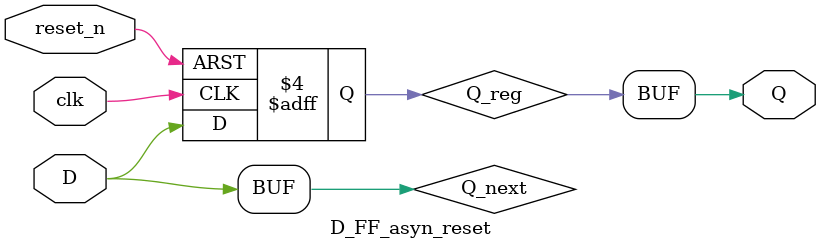
<source format=v>
`timescale 1ns / 1ps

module D_FF_asyn_reset(
    input D,
    input clk,
    input reset_n,  // Asynchronous (Active low)
    output Q
    );
    
    reg Q_reg, Q_next;
    // State register
    always @(negedge clk, negedge reset_n) begin
        if (!reset_n)
            Q_reg <= 1'b0;
        else
            Q_reg <= Q_next;
    end
    
    // Next state
    always @(D) begin
        Q_next = D;
    end
    
    assign Q = Q_reg;
endmodule

</source>
